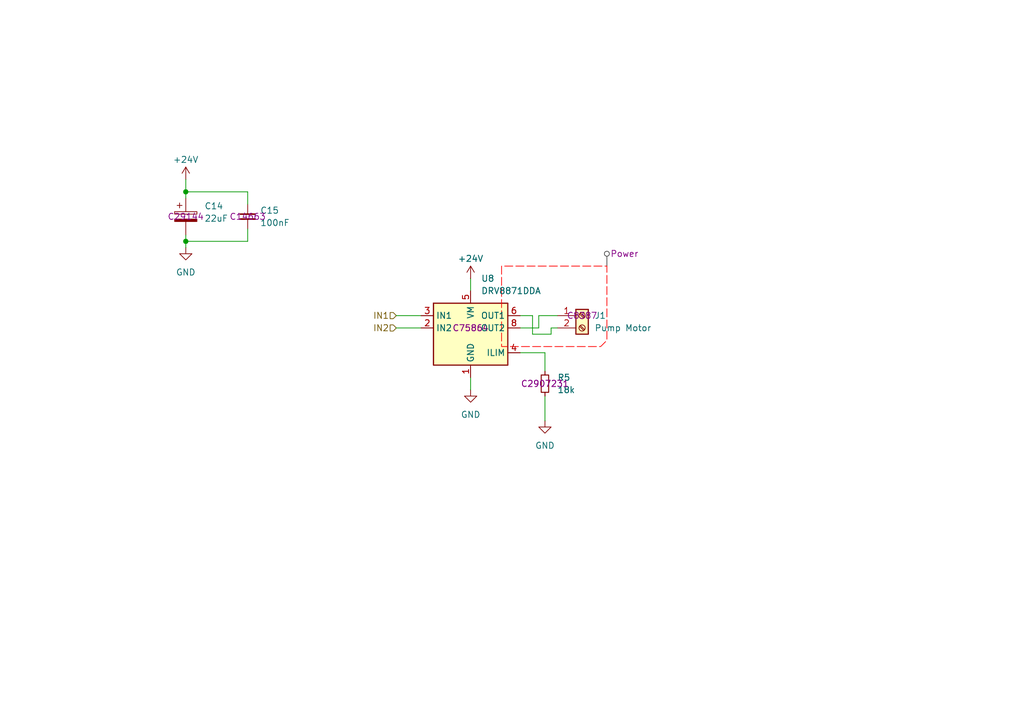
<source format=kicad_sch>
(kicad_sch (version 20250114) (generator "eeschema") (generator_version "9.0")
  (paper "A5")
  (lib_symbols
    (symbol "Connector:Screw_Terminal_01x02" (pin_names (offset 1.016) (hide yes))
      (property "Reference" "J" (at 0 2.54 0))
      (property "Value" "Screw_Terminal_01x02" (at 0 -5.08 0))
      (symbol "Screw_Terminal_01x02_1_1"
        (rectangle (start -1.27 1.27) (end 1.27 -3.81) (stroke (width 0.254)) (fill (type background)))
        (polyline (pts (xy -0.5334 0.3302) (xy 0.3302 -0.508)) (stroke (width 0.1524)))
        (polyline (pts (xy -0.5334 -2.2098) (xy 0.3302 -3.048)) (stroke (width 0.1524)))
        (polyline (pts (xy -0.3556 0.508) (xy 0.508 -0.3302)) (stroke (width 0.1524)))
        (polyline (pts (xy -0.3556 -2.032) (xy 0.508 -2.8702)) (stroke (width 0.1524)))
        (circle (center 0 0) (radius 0.635) (stroke (width 0.1524)))
        (circle (center 0 -2.54) (radius 0.635) (stroke (width 0.1524)))
        (pin passive line (at -5.08 0 0) (length 3.81) (name "Pin_1") (number "1"))
        (pin passive line (at -5.08 -2.54 0) (length 3.81) (name "Pin_2") (number "2"))
      )
    )
    (symbol "Device:C_Polarized" (pin_numbers (hide yes)) (pin_names (offset 0.254))
      (property "Reference" "C" (at 0.635 2.54 0))
      (property "Value" "C_Polarized" (at 0.635 -2.54 0))
      (symbol "C_Polarized_0_1"
        (rectangle (start -2.286 0.508) (end 2.286 1.016))
        (polyline (pts (xy -1.778 2.286) (xy -0.762 2.286)))
        (polyline (pts (xy -1.27 2.794) (xy -1.27 1.778)))
        (rectangle (start 2.286 -0.508) (end -2.286 -1.016) (fill (type outline)))
      )
      (symbol "C_Polarized_1_1"
        (pin passive line (at 0 3.81 270) (length 2.794) (name "~") (number "1"))
        (pin passive line (at 0 -3.81 90) (length 2.794) (name "~") (number "2"))
      )
    )
    (symbol "Device:C_Small" (pin_numbers (hide yes)) (pin_names (offset 0.254) (hide yes))
      (property "Reference" "C" (at 0.254 1.778 0))
      (property "Value" "C_Small" (at 0.254 -2.032 0))
      (symbol "C_Small_0_1"
        (polyline (pts (xy -1.524 0.508) (xy 1.524 0.508)) (stroke (width 0.3048)))
        (polyline (pts (xy -1.524 -0.508) (xy 1.524 -0.508)) (stroke (width 0.3302)))
      )
      (symbol "C_Small_1_1"
        (pin passive line (at 0 2.54 270) (length 2.032) (name "~") (number "1"))
        (pin passive line (at 0 -2.54 90) (length 2.032) (name "~") (number "2"))
      )
    )
    (symbol "Device:R_Small" (pin_numbers (hide yes)) (pin_names (offset 0.254) (hide yes))
      (property "Reference" "R" (at 0.762 0.508 0))
      (property "Value" "R_Small" (at 0.762 -1.016 0))
      (symbol "R_Small_0_1"
        (rectangle (start -0.762 1.778) (end 0.762 -1.778) (stroke (width 0.2032)))
      )
      (symbol "R_Small_1_1"
        (pin passive line (at 0 2.54 270) (length 0.762) (name "~") (number "1"))
        (pin passive line (at 0 -2.54 90) (length 0.762) (name "~") (number "2"))
      )
    )
    (symbol "Driver_Motor:DRV8871DDA"
      (property "Reference" "U" (at -6.35 6.35 0))
      (property "Value" "DRV8871DDA" (at 8.89 6.35 0))
      (symbol "DRV8871DDA_0_1"
        (rectangle (start -7.62 5.08) (end 7.62 -7.62) (stroke (width 0.254)) (fill (type background)))
      )
      (symbol "DRV8871DDA_1_1"
        (pin input line (at -10.16 2.54 0) (length 2.54) (name "IN1") (number "3"))
        (pin input line (at -10.16 0 0) (length 2.54) (name "IN2") (number "2"))
        (pin power_in line (at 0 7.62 270) (length 2.54) (name "VM") (number "5"))
        (pin power_in line (at 0 -10.16 90) (length 2.54) (name "GND") (number "1"))
        (pin passive line (at 0 -10.16 90) (length 2.54) (hide yes) (name "GND") (number "7"))
        (pin passive line (at 0 -10.16 90) (length 2.54) (hide yes) (name "GND") (number "9"))
        (pin output line (at 10.16 2.54 180) (length 2.54) (name "OUT1") (number "6"))
        (pin output line (at 10.16 0 180) (length 2.54) (name "OUT2") (number "8"))
        (pin passive line (at 10.16 -5.08 180) (length 2.54) (name "ILIM") (number "4"))
      )
    )
    (symbol "power:+24V" (power) (pin_numbers (hide yes)) (pin_names (offset 0) (hide yes))
      (property "Value" "+24V" (at 0 3.556 0))
      (symbol "+24V_0_1"
        (polyline (pts (xy -0.762 1.27) (xy 0 2.54)))
        (polyline (pts (xy 0 2.54) (xy 0.762 1.27)))
        (polyline (pts (xy 0 0) (xy 0 2.54)))
      )
      (symbol "+24V_1_1"
        (pin power_in line (at 0 0 90) (length 0) (name "~") (number "1"))
      )
    )
    (symbol "power:GND" (power) (pin_numbers (hide yes)) (pin_names (offset 0) (hide yes))
      (property "Value" "GND" (at 0 -3.81 0))
      (symbol "GND_0_1"
        (polyline (pts (xy 0 0) (xy 0 -1.27) (xy 1.27 -1.27) (xy 0 -2.54) (xy -1.27 -1.27) (xy 0 -1.27)))
      )
      (symbol "GND_1_1"
        (pin power_in line (at 0 0 270) (length 0) (name "~") (number "1"))
      )
    )
  )
  (junction (at 38.1 49.53))
  (junction (at 38.1 39.37))
  (wire (pts (xy 38.1 48.26) (xy 38.1 49.53)))
  (wire (pts (xy 111.76 81.28) (xy 111.76 86.36)))
  (wire (pts (xy 96.52 77.47) (xy 96.52 80.01)))
  (wire (pts (xy 81.28 64.77) (xy 86.36 64.77)))
  (wire (pts (xy 109.22 64.77) (xy 109.22 68.58)))
  (wire (pts (xy 113.03 67.31) (xy 114.3 67.31)))
  (wire (pts (xy 109.22 68.58) (xy 113.03 68.58)))
  (wire (pts (xy 96.52 57.15) (xy 96.52 59.69)))
  (wire (pts (xy 38.1 36.83) (xy 38.1 39.37)))
  (wire (pts (xy 50.8 41.91) (xy 50.8 39.37)))
  (wire (pts (xy 81.28 67.31) (xy 86.36 67.31)))
  (wire (pts (xy 106.68 64.77) (xy 109.22 64.77)))
  (wire (pts (xy 50.8 49.53) (xy 38.1 49.53)))
  (wire (pts (xy 110.49 67.31) (xy 110.49 64.77)))
  (wire (pts (xy 50.8 39.37) (xy 38.1 39.37)))
  (wire (pts (xy 50.8 46.99) (xy 50.8 49.53)))
  (wire (pts (xy 38.1 39.37) (xy 38.1 40.64)))
  (wire (pts (xy 110.49 64.77) (xy 114.3 64.77)))
  (wire (pts (xy 113.03 68.58) (xy 113.03 67.31)))
  (wire (pts (xy 106.68 72.39) (xy 111.76 72.39)))
  (wire (pts (xy 38.1 49.53) (xy 38.1 50.8)))
  (wire (pts (xy 106.68 67.31) (xy 110.49 67.31)))
  (wire (pts (xy 111.76 72.39) (xy 111.76 76.2)))
  (hierarchical_label "IN2" (shape input) (at 81.28 67.31 180))
  (hierarchical_label "IN1" (shape input) (at 81.28 64.77 180))
  (rule_area (polyline (pts (xy 102.87 54.61) (xy 102.87 71.12) (xy 123.19 71.12) (xy 124.46 69.85) (xy 124.46 54.61)) (stroke (width 0) (type dash))))
  (netclass_flag "" (length 2.54) (shape round) (at 124.46 54.61 0) (property "Netclass" "Power" (at 125.1585 52.07 0) (effects (justify left))))
  (symbol (lib_id "power:+24V") (at 38.1 36.83 0) (unit 1)
    (property "Reference" "#PWR013" (effects (hide yes)))
    (property "Value" "+24V" (at 38.1 32.766 0))
    (property "Description" "Power symbol creates a global label with name \"+24V\"" (effects (hide yes)))
    (instances (project "PCB" (path "" (reference "#PWR013") (unit 1)) (path "" (reference "#PWR032") (unit 1))))
  )
  (symbol (lib_id "Device:C_Polarized") (at 38.1 44.45 0) (unit 1)
    (property "Reference" "C14" (at 41.91 42.2909 0) (effects (justify left)))
    (property "Value" "22uF" (at 41.91 44.8309 0) (effects (justify left)))
    (property "Footprint" "Capacitor_SMD:CP_Elec_8x10" (effects (hide yes)))
    (property "Description" "22uF 100V ±20% SMD,D8xL10.5mm Aluminum Electrolytic Capacitors - SMD ROHS" (effects (hide yes)))
    (property "MPN" "RVT2A220M0810" (effects (hide yes)))
    (property "Manufacturer" "Honor Elec" (effects (hide yes)))
    (property "DigiKey Link" "https://www.digikey.com/en/products/detail/nichicon/UUX2A220MNL6GS/2550557" (effects (hide yes)))
    (property "LCSC" "C29144" (at 38.1 44.45 0))
    (instances (project "PCB" (path "" (reference "C14") (unit 1)) (path "" (reference "C12") (unit 1))))
  )
  (symbol (lib_id "power:GND") (at 96.52 80.01 0) (unit 1)
    (property "Reference" "#PWR014" (effects (hide yes)))
    (property "Value" "GND" (at 96.52 85.09 0))
    (property "Description" "Power symbol creates a global label with name \"GND\" , ground" (effects (hide yes)))
    (instances (project "PCB" (path "" (reference "#PWR014") (unit 1)) (path "" (reference "#PWR058") (unit 1))))
  )
  (symbol (lib_id "power:+24V") (at 96.52 57.15 0) (unit 1)
    (property "Reference" "#PWR015" (effects (hide yes)))
    (property "Value" "+24V" (at 96.52 53.086 0))
    (property "Description" "Power symbol creates a global label with name \"+24V\"" (effects (hide yes)))
    (instances (project "PCB" (path "" (reference "#PWR015") (unit 1)) (path "" (reference "#PWR056") (unit 1))))
  )
  (symbol (lib_id "power:GND") (at 38.1 50.8 0) (unit 1)
    (property "Reference" "#PWR012" (effects (hide yes)))
    (property "Value" "GND" (at 38.1 55.88 0))
    (property "Description" "Power symbol creates a global label with name \"GND\" , ground" (effects (hide yes)))
    (instances (project "PCB" (path "" (reference "#PWR012") (unit 1)) (path "" (reference "#PWR055") (unit 1))))
  )
  (symbol (lib_id "Device:C_Small") (at 50.8 44.45 0) (unit 1)
    (property "Reference" "C15" (at 53.34 43.1862 0) (effects (justify left)))
    (property "Value" "100nF" (at 53.34 45.7262 0) (effects (justify left)))
    (property "Footprint" "Capacitor_SMD:C_0603_1608Metric_Pad1.08x0.95mm_HandSolder" (effects (hide yes)))
    (property "Description" "50V 100nF X7R ±10% 0603 Multilayer Ceramic Capacitors MLCC - SMD/SMT ROHS" (effects (hide yes)))
    (property "MPN" "CC0603KRX7R9BB104" (effects (hide yes)))
    (property "Manufacturer" "YAGEO" (effects (hide yes)))
    (property "DigiKey Link" "https://www.digikey.com/en/products/detail/samsung-electro-mechanics/CL31B104KEHSFNE/3888741" (effects (hide yes)))
    (property "LCSC" "C14663" (at 50.8 44.45 0))
    (instances (project "PCB" (path "" (reference "C15") (unit 1)) (path "" (reference "C13") (unit 1))))
  )
  (symbol (lib_id "power:GND") (at 111.76 86.36 0) (unit 1)
    (property "Reference" "#PWR052" (effects (hide yes)))
    (property "Value" "GND" (at 111.76 91.44 0))
    (property "Description" "Power symbol creates a global label with name \"GND\" , ground" (effects (hide yes)))
    (instances (project "PCB" (path "" (reference "#PWR052") (unit 1)) (path "" (reference "#PWR062") (unit 1))))
  )
  (symbol (lib_id "Device:R_Small") (at 111.76 78.74 0) (unit 1)
    (property "Reference" "R5" (at 114.3 77.4699 0) (effects (justify left)))
    (property "Value" "18k" (at 114.3 80.0099 0) (effects (justify left)))
    (property "Footprint" "Resistor_SMD:R_0805_2012Metric_Pad1.20x1.40mm_HandSolder" (effects (hide yes)))
    (property "Description" "0.125W Thick Film Resistors 150V ±100ppm/℃ ±1% 18kΩ 0805 Chip Resistor - Surface Mount ROHS" (effects (hide yes)))
    (property "DigiKey Link" "https://www.digikey.com/en/products/detail/bourns-inc/CR1206-FX-1802ELF/2562821" (effects (hide yes)))
    (property "MPN" "FRC0805F1802TS" (effects (hide yes)))
    (property "Manufacturer" "FOJAN" (effects (hide yes)))
    (property "LCSC" "C2907231" (at 111.76 78.74 0))
    (instances (project "PCB" (path "" (reference "R5") (unit 1)) (path "" (reference "R15") (unit 1))))
  )
  (symbol (lib_id "Connector:Screw_Terminal_01x02") (at 119.38 64.77 0) (unit 1)
    (property "Reference" "J1" (at 121.92 64.7699 0) (effects (justify left)))
    (property "Value" "Pump Motor" (at 121.92 67.3099 0) (effects (justify left)))
    (property "Footprint" "Vendor_Footprints:CONN_WJ15EDGRC-3.81-2P" (effects (hide yes)))
    (property "Description" "Bend -40℃~+105℃ 1 3.81mm 300V 8A 2 1x2P Receptacle-Close Push-Pull,P=3.81mm Pluggable System Terminal Block ROHS" (effects (hide yes)))
    (property "MPN" "WJ15EDGRC-3.81-2P" (effects (hide yes)))
    (property "Manufacturer" "Ningbo Kangnex Elec" (effects (hide yes)))
    (property "LCSC" "C8387" (at 119.38 64.77 0))
    (instances (project "PCB" (path "" (reference "J1") (unit 1)) (path "" (reference "J2") (unit 1))))
  )
  (symbol (lib_id "Driver_Motor:DRV8871DDA") (at 96.52 67.31 0) (unit 1)
    (property "Reference" "U8" (at 98.6633 57.15 0) (effects (justify left)))
    (property "Value" "DRV8871DDA" (at 98.6633 59.69 0) (effects (justify left)))
    (property "Footprint" "Package_SO:Texas_HTSOP-8-1EP_3.9x4.9mm_P1.27mm_EP2.95x4.9mm_Mask2.4x3.1mm_ThermalVias" (effects (hide yes)))
    (property "Datasheet" "http://www.ti.com/lit/ds/symlink/drv8871.pdf" (effects (hide yes)))
    (property "Description" "Brushed DC Motor Driver, PWM Control, 45V, 3.6A, Current limiting, HTSOP-8" (effects (hide yes)))
    (property "MPN" "DRV8871DDAR" (effects (hide yes)))
    (property "Manufacturer" "Texas Instruments" (effects (hide yes)))
    (property "DigiKey Link" "https://www.digikey.com/en/products/detail/texas-instruments/DRV8871DDAR/5722182" (effects (hide yes)))
    (property "LCSC" "C75864" (at 96.52 67.31 0))
    (instances (project "PCB" (path "" (reference "U8") (unit 1)) (path "" (reference "U3") (unit 1))))
  )
)
</source>
